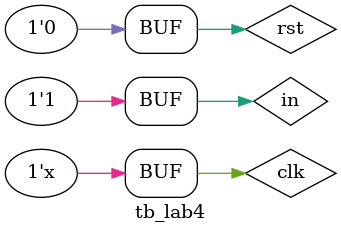
<source format=v>
module tb_lab4;
    reg in, clk, rst;
    wire out;
    seqDetector lab4(.in(in), .clk(clk), .rst(rst), .out(out));

    initial begin
        in = 1'b0;
        clk = 1'b0;
        rst = 1'b0;
        #2 in = 1'b0;
        #10 in = 1'b1;
        #10 in = 1'b0;
        #10 in = 1'b1;
        #10 in = 1'b0;
        #10 in = 1'b1;
        #10 in = 1'b0;
        #10 in = 1'b0;
        #10 in = 1'b1;
        #10 in = 1'b0;
        #10 in = 1'b1;
        #10 in = 1'b0;
        #10 in = 1'b0;
        #10 in = 1'b0;
        #10 in = 1'b1;
        #10 in = 1'b0;
        #10 in = 1'b1;
        #10 in = 1'b1;
        #10 in = 1'b1;
        #10 in = 1'b1;
    end
    always@(clk) #5 clk <= ~clk;
endmodule
</source>
